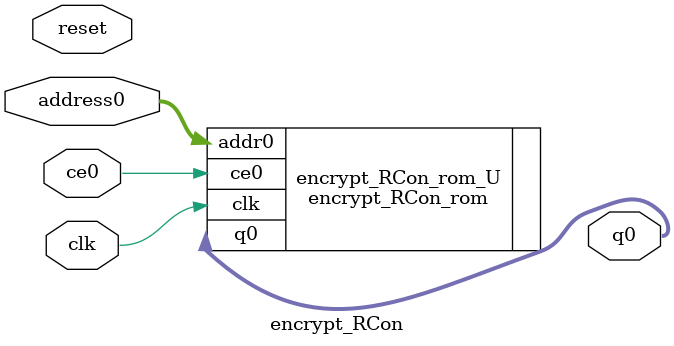
<source format=v>

`timescale 1 ns / 1 ps
module encrypt_RCon(
    reset,
    clk,
    address0,
    ce0,
    q0);

parameter DataWidth = 32'd8;
parameter AddressRange = 32'd10;
parameter AddressWidth = 32'd4;
input reset;
input clk;
input[AddressWidth - 1:0] address0;
input ce0;
output[DataWidth - 1:0] q0;



encrypt_RCon_rom encrypt_RCon_rom_U(
    .clk( clk ),
    .addr0( address0 ),
    .ce0( ce0 ),
    .q0( q0 ));

endmodule

</source>
